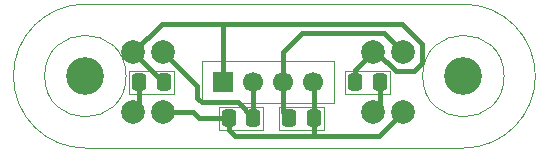
<source format=gbr>
%TF.GenerationSoftware,KiCad,Pcbnew,9.0.2*%
%TF.CreationDate,2025-05-26T20:44:28+03:00*%
%TF.ProjectId,line2,6c696e65-322e-46b6-9963-61645f706362,rev?*%
%TF.SameCoordinates,Original*%
%TF.FileFunction,Copper,L1,Top*%
%TF.FilePolarity,Positive*%
%FSLAX46Y46*%
G04 Gerber Fmt 4.6, Leading zero omitted, Abs format (unit mm)*
G04 Created by KiCad (PCBNEW 9.0.2) date 2025-05-26 20:44:28*
%MOMM*%
%LPD*%
G01*
G04 APERTURE LIST*
G04 Aperture macros list*
%AMRoundRect*
0 Rectangle with rounded corners*
0 $1 Rounding radius*
0 $2 $3 $4 $5 $6 $7 $8 $9 X,Y pos of 4 corners*
0 Add a 4 corners polygon primitive as box body*
4,1,4,$2,$3,$4,$5,$6,$7,$8,$9,$2,$3,0*
0 Add four circle primitives for the rounded corners*
1,1,$1+$1,$2,$3*
1,1,$1+$1,$4,$5*
1,1,$1+$1,$6,$7*
1,1,$1+$1,$8,$9*
0 Add four rect primitives between the rounded corners*
20,1,$1+$1,$2,$3,$4,$5,0*
20,1,$1+$1,$4,$5,$6,$7,0*
20,1,$1+$1,$6,$7,$8,$9,0*
20,1,$1+$1,$8,$9,$2,$3,0*%
G04 Aperture macros list end*
%TA.AperFunction,ComponentPad*%
%ADD10C,2.000000*%
%TD*%
%TA.AperFunction,SMDPad,CuDef*%
%ADD11RoundRect,0.250000X0.337500X0.475000X-0.337500X0.475000X-0.337500X-0.475000X0.337500X-0.475000X0*%
%TD*%
%TA.AperFunction,SMDPad,CuDef*%
%ADD12RoundRect,0.250000X-0.337500X-0.475000X0.337500X-0.475000X0.337500X0.475000X-0.337500X0.475000X0*%
%TD*%
%TA.AperFunction,ComponentPad*%
%ADD13R,1.700000X1.700000*%
%TD*%
%TA.AperFunction,ComponentPad*%
%ADD14C,1.700000*%
%TD*%
%TA.AperFunction,Conductor*%
%ADD15C,0.400000*%
%TD*%
%ADD16C,2.000000*%
%ADD17R,1.700000X1.700000*%
%ADD18C,1.700000*%
%ADD19C,3.200000*%
%ADD20C,0.050000*%
%TA.AperFunction,Profile*%
%ADD21C,0.050000*%
%TD*%
G04 APERTURE END LIST*
D10*
%TO.P,U2,1,A*%
%TO.N,+5V*%
X184404000Y-76200000D03*
%TO.P,U2,2,K*%
%TO.N,Net-(U2-K)*%
X181864000Y-76200000D03*
%TO.P,U2,3*%
%TO.N,Net-(J1-Pin_3)*%
X184404000Y-71140000D03*
%TO.P,U2,4*%
%TO.N,GND*%
X181864000Y-71120000D03*
%TD*%
%TO.P,U1,1,A*%
%TO.N,+5V*%
X164084000Y-76200000D03*
%TO.P,U1,2,K*%
%TO.N,Net-(U1-K)*%
X161544000Y-76200000D03*
%TO.P,U1,3*%
%TO.N,Net-(J1-Pin_2)*%
X164084000Y-71140000D03*
%TO.P,U1,4*%
%TO.N,GND*%
X161544000Y-71120000D03*
%TD*%
D11*
%TO.P,R4,1*%
%TO.N,+5V*%
X176805500Y-76708000D03*
%TO.P,R4,2*%
%TO.N,Net-(J1-Pin_3)*%
X174730500Y-76708000D03*
%TD*%
D12*
%TO.P,R2,1*%
%TO.N,+5V*%
X169629000Y-76708000D03*
%TO.P,R2,2*%
%TO.N,Net-(J1-Pin_2)*%
X171704000Y-76708000D03*
%TD*%
D11*
%TO.P,R3,1*%
%TO.N,Net-(U2-K)*%
X182393500Y-73660000D03*
%TO.P,R3,2*%
%TO.N,GND*%
X180318500Y-73660000D03*
%TD*%
D13*
%TO.P,J1,1,Pin_1*%
%TO.N,GND*%
X169164000Y-73660000D03*
D14*
%TO.P,J1,2,Pin_2*%
%TO.N,Net-(J1-Pin_2)*%
X171704000Y-73660000D03*
%TO.P,J1,3,Pin_3*%
%TO.N,Net-(J1-Pin_3)*%
X174244000Y-73660000D03*
%TO.P,J1,4,Pin_4*%
%TO.N,+5V*%
X176784000Y-73660000D03*
%TD*%
D12*
%TO.P,R1,1*%
%TO.N,Net-(U1-K)*%
X162030500Y-73660000D03*
%TO.P,R1,2*%
%TO.N,GND*%
X164105500Y-73660000D03*
%TD*%
D15*
%TO.N,Net-(U1-K)*%
X162030500Y-75713500D02*
X161544000Y-76200000D01*
X162030500Y-73660000D02*
X162030500Y-75713500D01*
%TO.N,+5V*%
X182372000Y-78232000D02*
X176805500Y-78232000D01*
X167132000Y-76708000D02*
X166624000Y-76200000D01*
X176805500Y-76708000D02*
X176805500Y-73681500D01*
X184404000Y-76200000D02*
X182372000Y-78232000D01*
X169629000Y-76708000D02*
X167132000Y-76708000D01*
X176805500Y-73681500D02*
X176784000Y-73660000D01*
X176805500Y-78232000D02*
X170180000Y-78232000D01*
X166624000Y-76200000D02*
X164084000Y-76200000D01*
X170180000Y-78232000D02*
X169629000Y-77681000D01*
X176805500Y-78232000D02*
X176805500Y-76708000D01*
X169629000Y-77681000D02*
X169629000Y-76708000D01*
%TO.N,GND*%
X185323000Y-72741000D02*
X186005000Y-72059000D01*
X182119844Y-71120000D02*
X183740844Y-72741000D01*
X161544000Y-71120000D02*
X163946000Y-68718000D01*
X169164000Y-68718000D02*
X169164000Y-73660000D01*
X184246156Y-68718000D02*
X168402000Y-68718000D01*
X163946000Y-68718000D02*
X168402000Y-68718000D01*
X180318500Y-73660000D02*
X180318500Y-72665500D01*
X181864000Y-71120000D02*
X182119844Y-71120000D01*
X186005000Y-72059000D02*
X186005000Y-70476844D01*
X168402000Y-68718000D02*
X169164000Y-68718000D01*
X180318500Y-72665500D02*
X181864000Y-71120000D01*
X164084000Y-73660000D02*
X161544000Y-71120000D01*
X186005000Y-70476844D02*
X184246156Y-68718000D01*
X183740844Y-72741000D02*
X185323000Y-72741000D01*
X164105500Y-73660000D02*
X164084000Y-73660000D01*
%TO.N,Net-(J1-Pin_2)*%
X164084000Y-71140000D02*
X166951000Y-74007000D01*
X166951000Y-75003000D02*
X167330000Y-75382000D01*
X166951000Y-74007000D02*
X166951000Y-75003000D01*
X170378000Y-75382000D02*
X167330000Y-75382000D01*
X171704000Y-76708000D02*
X171704000Y-73660000D01*
X171704000Y-76708000D02*
X170378000Y-75382000D01*
%TO.N,Net-(J1-Pin_3)*%
X182783000Y-69519000D02*
X175845000Y-69519000D01*
X174244000Y-76221500D02*
X174730500Y-76708000D01*
X174244000Y-73660000D02*
X174244000Y-76221500D01*
X174244000Y-71120000D02*
X174244000Y-73660000D01*
X175845000Y-69519000D02*
X174244000Y-71120000D01*
X184404000Y-71140000D02*
X182783000Y-69519000D01*
%TO.N,Net-(U2-K)*%
X182393500Y-75670500D02*
X181864000Y-76200000D01*
X182393500Y-73660000D02*
X182393500Y-75670500D01*
%TD*%
D10*
%TO.P,U2,1,A*%
%TO.N,+5V*%
X184404000Y-76200000D03*
%TO.P,U2,2,K*%
%TO.N,Net-(U2-K)*%
X181864000Y-76200000D03*
%TO.P,U2,3*%
%TO.N,Net-(J1-Pin_3)*%
X184404000Y-71140000D03*
%TO.P,U2,4*%
%TO.N,GND*%
X181864000Y-71120000D03*
%TD*%
%TO.P,U1,1,A*%
%TO.N,+5V*%
X164084000Y-76200000D03*
%TO.P,U1,2,K*%
%TO.N,Net-(U1-K)*%
X161544000Y-76200000D03*
%TO.P,U1,3*%
%TO.N,Net-(J1-Pin_2)*%
X164084000Y-71140000D03*
%TO.P,U1,4*%
%TO.N,GND*%
X161544000Y-71120000D03*
%TD*%
D13*
%TO.P,J1,1,Pin_1*%
%TO.N,GND*%
X169164000Y-73660000D03*
D14*
%TO.P,J1,2,Pin_2*%
%TO.N,Net-(J1-Pin_2)*%
X171704000Y-73660000D03*
%TO.P,J1,3,Pin_3*%
%TO.N,Net-(J1-Pin_3)*%
X174244000Y-73660000D03*
%TO.P,J1,4,Pin_4*%
%TO.N,+5V*%
X176784000Y-73660000D03*
%TD*%
D16*
%TO.C,U2*%
X184404000Y-76200000D03*
X181864000Y-76200000D03*
X184404000Y-71140000D03*
X181864000Y-71120000D03*
%TD*%
%TO.C,U1*%
X164084000Y-76200000D03*
X161544000Y-76200000D03*
X164084000Y-71140000D03*
X161544000Y-71120000D03*
%TD*%
D17*
%TO.C,J1*%
X169164000Y-73660000D03*
D18*
X171704000Y-73660000D03*
X174244000Y-73660000D03*
X176784000Y-73660000D03*
%TD*%
D19*
%TO.C,REF\u002A\u002A*%
X189484000Y-73152000D03*
%TD*%
%TO.C,REF\u002A\u002A*%
X157480000Y-73152000D03*
%TD*%
D20*
%TO.C,R4*%
X173888000Y-75728000D02*
X177648000Y-75728000D01*
X173888000Y-77688000D02*
X173888000Y-75728000D01*
X177648000Y-75728000D02*
X177648000Y-77688000D01*
X177648000Y-77688000D02*
X173888000Y-77688000D01*
%TO.C,R2*%
X168786500Y-75728000D02*
X172546500Y-75728000D01*
X168786500Y-77688000D02*
X168786500Y-75728000D01*
X172546500Y-75728000D02*
X172546500Y-77688000D01*
X172546500Y-77688000D02*
X168786500Y-77688000D01*
%TO.C,R3*%
X179476000Y-72680000D02*
X183236000Y-72680000D01*
X179476000Y-74640000D02*
X179476000Y-72680000D01*
X183236000Y-72680000D02*
X183236000Y-74640000D01*
X183236000Y-74640000D02*
X179476000Y-74640000D01*
%TO.C,J1*%
X167394000Y-71890000D02*
X167394000Y-75430000D01*
X167394000Y-75430000D02*
X178554000Y-75430000D01*
X178554000Y-71890000D02*
X167394000Y-71890000D01*
X178554000Y-75430000D02*
X178554000Y-71890000D01*
%TO.C,REF\u002A\u002A*%
X192934000Y-73152000D02*
G75*
G02*
X186034000Y-73152000I-3450000J0D01*
G01*
X186034000Y-73152000D02*
G75*
G02*
X192934000Y-73152000I3450000J0D01*
G01*
X160930000Y-73152000D02*
G75*
G02*
X154030000Y-73152000I-3450000J0D01*
G01*
X154030000Y-73152000D02*
G75*
G02*
X160930000Y-73152000I3450000J0D01*
G01*
%TO.C,R1*%
X161188000Y-72680000D02*
X164948000Y-72680000D01*
X161188000Y-74640000D02*
X161188000Y-72680000D01*
X164948000Y-72680000D02*
X164948000Y-74640000D01*
X164948000Y-74640000D02*
X161188000Y-74640000D01*
%TD*%
D21*
X189484000Y-67056000D02*
G75*
G02*
X189484000Y-79248000I0J-6096000D01*
G01*
X157480000Y-79248000D02*
G75*
G02*
X157480000Y-67056000I0J6096000D01*
G01*
X189484000Y-79248000D02*
X157480000Y-79248000D01*
X157480000Y-67056000D02*
X189484000Y-67056000D01*
M02*

</source>
